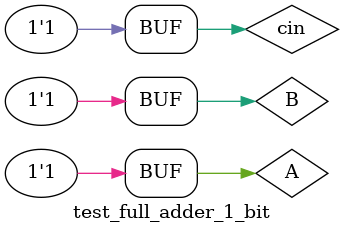
<source format=v>
`timescale 1ns / 1ps


module test_full_adder_1_bit(
    
    );
    
    // Inputs (must be reg)
    reg A;
    reg B;
    reg cin;
    
    // Outputs (must be wire, used as input for the next module)
    wire S;
    wire cout;
    
    // Instantiate Device Under Test (DUT, name must be the same as the design source it is simulating)
  full_adder_1_bit dut (A, B, cin, S, cout);
    
    // Stimuli
    initial begin
        A = 0; B = 0; cin = 0; #10;
        A = 0; B = 0; cin = 1; #10;
        A = 0; B = 1; cin = 0; #10;
        A = 0; B = 1; cin = 1; #10;
        A = 1; B = 0; cin = 0; #10;
        A = 1; B = 0; cin = 1; #10;
        A = 1; B = 1; cin = 0; #10;
        A = 1; B = 1; cin = 1; #10;
    end
    
endmodule

</source>
